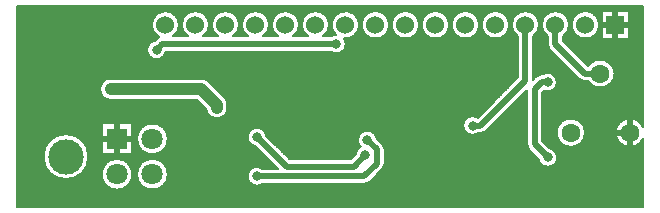
<source format=gbl>
G04 Layer_Physical_Order=2*
G04 Layer_Color=16711680*
%FSLAX24Y24*%
%MOIN*%
G70*
G01*
G75*
%ADD10C,0.0079*%
%ADD23C,0.0197*%
%ADD24C,0.0394*%
%ADD27C,0.0709*%
%ADD28C,0.1181*%
%ADD29R,0.0709X0.0709*%
%ADD30C,0.0630*%
%ADD31C,0.0600*%
%ADD32R,0.0600X0.0600*%
%ADD33C,0.0315*%
%ADD34C,0.0394*%
D10*
X39872Y29774D02*
G03*
X39872Y29774I-512J0D01*
G01*
X38407Y30364D02*
G03*
X38407Y30364I-748J0D01*
G01*
D02*
G03*
X38407Y30364I-748J0D01*
G01*
X41053Y29774D02*
G03*
X41053Y29774I-512J0D01*
G01*
X44209Y29961D02*
G03*
X44209Y29449I-184J-256D01*
G01*
X41053Y30955D02*
G03*
X41053Y30955I-512J0D01*
G01*
X44336Y31065D02*
G03*
X43974Y30703I-311J-51D01*
G01*
X39144Y32963D02*
G03*
X39144Y32254I0J-354D01*
G01*
X39145Y32963D02*
G03*
X39145Y32254I-1J-354D01*
G01*
X42426Y32859D02*
G03*
X42175Y32963I-251J-250D01*
G01*
X42426Y32859D02*
G03*
X42175Y32963I-251J-251D01*
G01*
X40628Y34228D02*
G03*
X40989Y33858I51J-311D01*
G01*
X40767Y34346D02*
G03*
X40695Y34295I109J-232D01*
G01*
X40767Y34346D02*
G03*
X40695Y34295I109J-232D01*
G01*
X41432Y34754D02*
G03*
X40767Y34346I-457J0D01*
G01*
X41223Y34370D02*
G03*
X41432Y34754I-249J384D01*
G01*
X42223Y34370D02*
G03*
X42432Y34754I-249J384D01*
G01*
D02*
G03*
X41726Y34370I-457J0D01*
G01*
X42335Y31947D02*
G03*
X43041Y31988I352J41D01*
G01*
X43041Y32096D02*
G03*
X42937Y32347I-354J0D01*
G01*
X42335Y31947D02*
G03*
X43041Y31988I352J41D01*
G01*
Y32096D02*
G03*
X42938Y32347I-354J0D01*
G01*
X43223Y34370D02*
G03*
X43432Y34754I-249J384D01*
G01*
X44223Y34370D02*
G03*
X44432Y34754I-249J384D01*
G01*
X43432D02*
G03*
X42726Y34370I-457J0D01*
G01*
X44432Y34754D02*
G03*
X43726Y34370I-457J0D01*
G01*
X45223D02*
G03*
X45432Y34754I-249J384D01*
G01*
X46223Y34370D02*
G03*
X46432Y34754I-249J384D01*
G01*
X45432D02*
G03*
X44726Y34370I-457J0D01*
G01*
X46432Y34754D02*
G03*
X45726Y34370I-457J0D01*
G01*
X47598Y29449D02*
G03*
X47779Y29524I0J256D01*
G01*
X47598Y29449D02*
G03*
X47780Y29524I0J256D01*
G01*
X47490Y30687D02*
G03*
X47317Y30455I138J-283D01*
G01*
X48017Y30966D02*
G03*
X47490Y30687I-311J-51D01*
G01*
X48202Y29947D02*
G03*
X48278Y30128I-181J181D01*
G01*
Y30600D02*
G03*
X48202Y30782I-256J0D01*
G01*
X48203Y29947D02*
G03*
X48278Y30128I-181J181D01*
G01*
Y30600D02*
G03*
X48203Y30781I-256J0D01*
G01*
X51380Y31663D02*
G03*
X51394Y31142I-169J-266D01*
G01*
X51476D02*
G03*
X51657Y31217I0J256D01*
G01*
X51476Y31142D02*
G03*
X51658Y31217I0J256D01*
G01*
X53410Y30284D02*
G03*
X54035Y30335I311J51D01*
G01*
X53032Y30768D02*
G03*
X53107Y30587I256J0D01*
G01*
X53032Y30768D02*
G03*
X53106Y30587I256J0D01*
G01*
X54035Y30335D02*
G03*
X53772Y30645I-315J0D01*
G01*
X54961Y31161D02*
G03*
X54961Y31161I-472J0D01*
G01*
X53586Y32555D02*
G03*
X54026Y32844I124J289D01*
G01*
D02*
G03*
X53542Y33110I-315J0D01*
G01*
X56890Y31350D02*
G03*
X56890Y30973I-433J-189D01*
G01*
X54770Y32949D02*
G03*
X54951Y32874I181J181D01*
G01*
X54770Y32949D02*
G03*
X54951Y32874I181J181D01*
G01*
X55075D02*
G03*
X55945Y33130I397J256D01*
G01*
X46490Y33858D02*
G03*
X46988Y34114I184J256D01*
G01*
X46653Y34428D02*
G03*
X46490Y34370I20J-314D01*
G01*
X46988Y34114D02*
G03*
X46928Y34299I-315J0D01*
G01*
D02*
G03*
X47432Y34754I46J455D01*
G01*
D02*
G03*
X46653Y34428I-457J0D01*
G01*
X48432Y34754D02*
G03*
X48432Y34754I-457J0D01*
G01*
X49432D02*
G03*
X49432Y34754I-457J0D01*
G01*
X50432D02*
G03*
X50432Y34754I-457J0D01*
G01*
X51432D02*
G03*
X51432Y34754I-457J0D01*
G01*
X52432D02*
G03*
X52432Y34754I-457J0D01*
G01*
X53524Y33110D02*
G03*
X53343Y33035I0J-256D01*
G01*
X53524Y33110D02*
G03*
X53342Y33035I0J-256D01*
G01*
X53719Y34106D02*
G03*
X53793Y33925I256J0D01*
G01*
X53719Y34106D02*
G03*
X53794Y33925I256J0D01*
G01*
X55945Y33130D02*
G03*
X55075Y33386I-472J0D01*
G01*
X53230Y34375D02*
G03*
X53432Y34754I-256J379D01*
G01*
D02*
G03*
X52719Y34375I-457J0D01*
G01*
X54230D02*
G03*
X54432Y34754I-256J379D01*
G01*
D02*
G03*
X53719Y34375I-457J0D01*
G01*
X55432Y34754D02*
G03*
X55432Y34754I-457J0D01*
G01*
X37500Y28691D02*
Y29633D01*
X37382Y28691D02*
Y29670D01*
X37441Y28691D02*
Y29649D01*
X37677Y28691D02*
Y29616D01*
X37736Y28691D02*
Y29620D01*
X37559Y28691D02*
Y29623D01*
X37618Y28691D02*
Y29617D01*
X37087Y28691D02*
Y29883D01*
X36968Y28691D02*
Y30078D01*
X37027Y28691D02*
Y29964D01*
X37264Y28691D02*
Y29729D01*
X37323Y28691D02*
Y29696D01*
X37146Y28691D02*
Y29821D01*
X37205Y28691D02*
Y29770D01*
X37795Y28691D02*
Y29629D01*
X36024Y29350D02*
X39073D01*
X36024Y29291D02*
X39189D01*
X37972Y28691D02*
Y29685D01*
X38031Y28691D02*
Y29715D01*
X37854Y28691D02*
Y29642D01*
X37913Y28691D02*
Y29661D01*
X38209Y28691D02*
Y29856D01*
X38090Y28691D02*
Y29753D01*
X38150Y28691D02*
Y29799D01*
X38268Y28691D02*
Y29929D01*
X38327Y28691D02*
Y30026D01*
X38386Y28691D02*
Y30185D01*
X36024Y29882D02*
X37088D01*
X36024Y30000D02*
X37006D01*
X36024Y29941D02*
X37043D01*
X36024Y29705D02*
X37306D01*
X36024Y29646D02*
X37452D01*
X36024Y29823D02*
X37143D01*
X36024Y29764D02*
X37213D01*
X36024Y30295D02*
X36915D01*
X36024Y30354D02*
X36911D01*
X36024Y30413D02*
X36913D01*
X36024Y30118D02*
X36953D01*
X36024Y30059D02*
X36976D01*
X36024Y30236D02*
X36922D01*
X36024Y30177D02*
X36935D01*
X36024Y29409D02*
X39001D01*
X36024Y29527D02*
X38911D01*
X36024Y29468D02*
X38949D01*
X37867Y29646D02*
X38865D01*
X36024Y29587D02*
X38884D01*
X38106Y29764D02*
X38849D01*
X38012Y29705D02*
X38853D01*
X38176Y29823D02*
X38851D01*
X38231Y29882D02*
X38860D01*
X38276Y29941D02*
X38877D01*
X38313Y30000D02*
X38901D01*
X38342Y30059D02*
X38935D01*
X38366Y30118D02*
X38982D01*
X38384Y30177D02*
X39045D01*
X38396Y30236D02*
X39141D01*
X39331Y28691D02*
Y29263D01*
X39213Y28691D02*
Y29284D01*
X39272Y28691D02*
Y29270D01*
X39508Y28691D02*
Y29284D01*
X39567Y28691D02*
Y29305D01*
X39390Y28691D02*
Y29263D01*
X39449Y28691D02*
Y29270D01*
X38976Y28691D02*
Y29435D01*
X38858Y28691D02*
Y29674D01*
X38917Y28691D02*
Y29517D01*
X39153Y28691D02*
Y29305D01*
X39626Y28691D02*
Y29336D01*
X39035Y28691D02*
Y29378D01*
X39094Y28691D02*
Y29336D01*
X40335Y28691D02*
Y29305D01*
X40276Y28691D02*
Y29336D01*
X39531Y29291D02*
X40370D01*
X40512Y28691D02*
Y29263D01*
X40571Y28691D02*
Y29263D01*
X40394Y28691D02*
Y29284D01*
X40453Y28691D02*
Y29270D01*
X39803Y28691D02*
Y29517D01*
X39862Y28691D02*
Y29673D01*
X39685Y28691D02*
Y29378D01*
X39744Y28691D02*
Y29435D01*
X40157Y28691D02*
Y29435D01*
X40216Y28691D02*
Y29378D01*
X40039Y28691D02*
Y29674D01*
X40098Y28691D02*
Y29517D01*
X39626Y30211D02*
Y30443D01*
X39567Y30242D02*
Y30443D01*
X38848D02*
X39872D01*
X39862Y29874D02*
Y30443D01*
X39872Y29764D02*
X40030D01*
X39685Y30169D02*
Y30443D01*
X39744Y30112D02*
Y30443D01*
X38858Y29873D02*
Y30443D01*
X38917Y30030D02*
Y30443D01*
X39094Y30211D02*
Y30443D01*
X39449Y30278D02*
Y30443D01*
X39508Y30264D02*
Y30443D01*
X39331Y30285D02*
Y30443D01*
X39390Y30285D02*
Y30443D01*
X39648Y29350D02*
X40254D01*
X39771Y29468D02*
X40130D01*
X39720Y29409D02*
X40182D01*
X39837Y29587D02*
X40065D01*
X39809Y29527D02*
X40093D01*
X39867Y29705D02*
X40034D01*
X39856Y29646D02*
X40046D01*
X39785Y30059D02*
X40116D01*
X39739Y30118D02*
X40163D01*
X39675Y30177D02*
X40226D01*
X39579Y30236D02*
X40322D01*
X39870Y29823D02*
X40032D01*
X39860Y29882D02*
X40041D01*
X39844Y29941D02*
X40058D01*
X39819Y30000D02*
X40082D01*
X36555Y28691D02*
Y35384D01*
X36437Y28691D02*
Y35384D01*
X36496Y28691D02*
Y35384D01*
X36732Y28691D02*
Y35384D01*
X36791Y28691D02*
Y35384D01*
X36614Y28691D02*
Y35384D01*
X36673Y28691D02*
Y35384D01*
X36142Y28691D02*
Y35384D01*
X36024Y28691D02*
Y35384D01*
X36083Y28691D02*
Y35384D01*
X36319Y28691D02*
Y35384D01*
X36378Y28691D02*
Y35384D01*
X36201Y28691D02*
Y35384D01*
X36260Y28691D02*
Y35384D01*
X36024Y30709D02*
X36995D01*
X36024Y30768D02*
X37030D01*
X36024Y30827D02*
X37072D01*
X36024Y30472D02*
X36919D01*
X36024Y30531D02*
X36930D01*
X36024Y30590D02*
X36946D01*
X36024Y30650D02*
X36968D01*
X36850Y28691D02*
Y35384D01*
X36909Y28691D02*
Y35384D01*
X36968Y30651D02*
Y35384D01*
X37027Y30764D02*
Y35384D01*
X37087Y30845D02*
Y35384D01*
X38209Y30872D02*
Y35384D01*
X36024Y30886D02*
X37123D01*
X36024Y30945D02*
X37188D01*
X36024Y31004D02*
X37272D01*
X37146Y30908D02*
Y35384D01*
X37205Y30958D02*
Y35384D01*
X37264Y30999D02*
Y35384D01*
X36024Y31063D02*
X37392D01*
X37323Y31032D02*
Y35384D01*
X37382Y31059D02*
Y35384D01*
X37441Y31080D02*
Y35384D01*
X37500Y31095D02*
Y35384D01*
X37559Y31105D02*
Y35384D01*
X37618Y31111D02*
Y35384D01*
X37677Y31112D02*
Y35384D01*
X36024Y31122D02*
X38848D01*
X36024Y31240D02*
X38848D01*
X36024Y31181D02*
X38848D01*
X38131Y30945D02*
X38848D01*
X38196Y30886D02*
X38848D01*
X37926Y31063D02*
X38848D01*
X38047Y31004D02*
X38848D01*
X37854Y31086D02*
Y35384D01*
X37913Y31068D02*
Y35384D01*
X37736Y31108D02*
Y35384D01*
X37795Y31100D02*
Y35384D01*
X38090Y30976D02*
Y35384D01*
X38150Y30929D02*
Y35384D01*
X37972Y31044D02*
Y35384D01*
X38031Y31013D02*
Y35384D01*
X38976Y30112D02*
Y30443D01*
X38848D02*
Y31467D01*
X39035Y30169D02*
Y30443D01*
X39153Y30242D02*
Y30443D01*
X39213Y30264D02*
Y30443D01*
X39272Y30278D02*
Y30443D01*
X38563Y28691D02*
Y35384D01*
X38445Y28691D02*
Y35384D01*
X38504Y28691D02*
Y35384D01*
X38740Y28691D02*
Y35384D01*
X38799Y28691D02*
Y32526D01*
X38622Y28691D02*
Y35384D01*
X38681Y28691D02*
Y35384D01*
X39803Y30030D02*
Y30443D01*
X40335Y30242D02*
Y30487D01*
X40394Y30264D02*
Y30465D01*
X40453Y30278D02*
Y30451D01*
X40630Y30278D02*
Y30451D01*
X40512Y30285D02*
Y30444D01*
X40571Y30285D02*
Y30444D01*
X39921Y28691D02*
Y32254D01*
X39980Y28691D02*
Y32254D01*
X39872Y30443D02*
Y31467D01*
X40039Y29873D02*
Y30855D01*
X40098Y30030D02*
Y30698D01*
X40157Y30112D02*
Y30616D01*
X40216Y30169D02*
Y30559D01*
X40276Y30211D02*
Y30517D01*
X38323Y30709D02*
X38848D01*
X38247Y30827D02*
X38848D01*
X38289Y30768D02*
X38848D01*
X38389Y30531D02*
X38848D01*
X38400Y30472D02*
X38848D01*
X38351Y30650D02*
X38848D01*
X38372Y30590D02*
X38848D01*
X38386Y30543D02*
Y35384D01*
X38268Y30800D02*
Y35384D01*
X38327Y30702D02*
Y35384D01*
X39872Y30945D02*
X40030D01*
X39872Y30709D02*
X40093D01*
X39872Y30827D02*
X40046D01*
X39872Y30768D02*
X40065D01*
X39872Y30531D02*
X40254D01*
X39872Y30472D02*
X40370D01*
X39872Y30650D02*
X40130D01*
X39872Y30590D02*
X40182D01*
X39872Y31004D02*
X40032D01*
X39872Y30886D02*
X40034D01*
X39872Y31063D02*
X40041D01*
X39872Y31122D02*
X40058D01*
X40039Y31054D02*
Y32254D01*
X39872Y31181D02*
X40082D01*
X40098Y31211D02*
Y32254D01*
X39872Y31240D02*
X40116D01*
X40748Y28691D02*
Y29305D01*
X40630Y28691D02*
Y29270D01*
X40689Y28691D02*
Y29284D01*
X43937Y28691D02*
Y29402D01*
X43996Y28691D02*
Y29391D01*
X40807Y28691D02*
Y29336D01*
X40866Y28691D02*
Y29378D01*
X40984Y28691D02*
Y29517D01*
X40925Y28691D02*
Y29435D01*
X43819Y28691D02*
Y29467D01*
X43878Y28691D02*
Y29427D01*
X41043Y28691D02*
Y29673D01*
X43760Y28691D02*
Y29536D01*
X36024Y28878D02*
X56890D01*
X36024Y28996D02*
X56890D01*
X36024Y28937D02*
X56890D01*
X36024Y28701D02*
X56890D01*
X36024Y28691D02*
X56890D01*
X36024Y28819D02*
X56890D01*
X36024Y28760D02*
X56890D01*
X36024Y29114D02*
X56890D01*
X36024Y29055D02*
X56890D01*
X36024Y29232D02*
X56890D01*
X36024Y29173D02*
X56890D01*
X44055Y28691D02*
Y29391D01*
X44114Y28691D02*
Y29402D01*
X40829Y29350D02*
X56890D01*
X40712Y29291D02*
X56890D01*
X40952Y29468D02*
X43817D01*
X41018Y29587D02*
X43734D01*
X40990Y29527D02*
X43765D01*
X41048Y29705D02*
X43711D01*
X41037Y29646D02*
X43716D01*
X41053Y29764D02*
X43716D01*
X41051Y29823D02*
X43734D01*
X40807Y30211D02*
Y30517D01*
X40689Y30264D02*
Y30465D01*
X40748Y30242D02*
Y30486D01*
X41042Y29882D02*
X43765D01*
X41025Y29941D02*
X43817D01*
X40866Y30169D02*
Y30559D01*
X40925Y30112D02*
Y30616D01*
X40901Y29409D02*
X43916D01*
X40760Y30236D02*
X44441D01*
X40856Y30177D02*
X44500D01*
X41000Y30000D02*
X43916D01*
X40920Y30118D02*
X44559D01*
X40966Y30059D02*
X44618D01*
X38407Y30354D02*
X44323D01*
X38404Y30295D02*
X44382D01*
X40712Y30472D02*
X44205D01*
X38406Y30413D02*
X44264D01*
X44055Y30018D02*
Y30622D01*
X44114Y30007D02*
Y30563D01*
X40901Y30590D02*
X44087D01*
X40829Y30531D02*
X44146D01*
X44291Y28691D02*
Y29449D01*
X44173Y28691D02*
Y29426D01*
X44232Y28691D02*
Y29449D01*
X44468Y28691D02*
Y29449D01*
X44527Y28691D02*
Y29449D01*
X44350Y28691D02*
Y29449D01*
X44409Y28691D02*
Y29449D01*
X44705Y28691D02*
Y29449D01*
X44587Y28691D02*
Y29449D01*
X44646Y28691D02*
Y29449D01*
X44882Y28691D02*
Y29449D01*
X44941Y28691D02*
Y29449D01*
X44764Y28691D02*
Y29449D01*
X44823Y28691D02*
Y29449D01*
X46004Y28691D02*
Y29449D01*
X45886Y28691D02*
Y29449D01*
X45945Y28691D02*
Y29449D01*
X46181Y28691D02*
Y29449D01*
X46240Y28691D02*
Y29449D01*
X46063Y28691D02*
Y29449D01*
X46122Y28691D02*
Y29449D01*
X45118Y28691D02*
Y29449D01*
X45177Y28691D02*
Y29449D01*
X45000Y28691D02*
Y29449D01*
X45059Y28691D02*
Y29449D01*
X45768Y28691D02*
Y29449D01*
X45827Y28691D02*
Y29449D01*
X45236Y28691D02*
Y29449D01*
X45709Y28691D02*
Y29449D01*
X44587Y29961D02*
Y30091D01*
X44135Y30000D02*
X44678D01*
X44209Y29961D02*
X44717D01*
X45354Y28691D02*
Y29449D01*
X45413Y28691D02*
Y29449D01*
X44646Y29961D02*
Y30032D01*
X45295Y28691D02*
Y29449D01*
X44291Y29961D02*
Y30386D01*
X44173Y29983D02*
Y30504D01*
X44232Y29961D02*
Y30445D01*
X44468Y29961D02*
Y30209D01*
X44527Y29961D02*
Y30150D01*
X44350Y29961D02*
Y30327D01*
X44409Y29961D02*
Y30268D01*
X45472Y28691D02*
Y29449D01*
X44209D02*
X47598D01*
X44135Y29409D02*
X56890D01*
X45650Y28691D02*
Y29449D01*
X46299Y28691D02*
Y29449D01*
X45531Y28691D02*
Y29449D01*
X45590Y28691D02*
Y29449D01*
X44929Y30472D02*
X47321D01*
X44870Y30531D02*
X47340D01*
X44811Y30590D02*
X47374D01*
X44752Y30650D02*
X47431D01*
X45126Y30276D02*
X47138D01*
X45106Y30295D02*
X47158D01*
X45047Y30354D02*
X47217D01*
X44988Y30413D02*
X47276D01*
X41634Y28691D02*
Y32254D01*
X41516Y28691D02*
Y32254D01*
X41575Y28691D02*
Y32254D01*
X41811Y28691D02*
Y32254D01*
X41870Y28691D02*
Y32254D01*
X41693Y28691D02*
Y32254D01*
X41752Y28691D02*
Y32254D01*
X41220Y28691D02*
Y32254D01*
X41102Y28691D02*
Y32254D01*
X41161Y28691D02*
Y32254D01*
X41398Y28691D02*
Y32254D01*
X41457Y28691D02*
Y32254D01*
X41279Y28691D02*
Y32254D01*
X41339Y28691D02*
Y32254D01*
X42106Y28691D02*
Y32176D01*
X41929Y28691D02*
Y32254D01*
X42047Y28691D02*
Y32235D01*
X42283Y28691D02*
Y31999D01*
X42992Y28691D02*
Y31808D01*
X42165Y28691D02*
Y32117D01*
X42224Y28691D02*
Y32058D01*
X43110Y28691D02*
Y33858D01*
X43169Y28691D02*
Y33858D01*
X41988Y28691D02*
Y32254D01*
X43051Y28691D02*
Y33858D01*
X43464Y28691D02*
Y33858D01*
X43524Y28691D02*
Y33858D01*
X43228Y28691D02*
Y33858D01*
X43405Y28691D02*
Y33858D01*
X41043Y29874D02*
Y30854D01*
X40984Y30030D02*
Y30698D01*
X42697Y28691D02*
Y31634D01*
X42756Y28691D02*
Y31641D01*
X42579Y28691D02*
Y31651D01*
X42638Y28691D02*
Y31637D01*
X42342Y28691D02*
Y31906D01*
X40984Y31211D02*
Y32254D01*
X41043Y31055D02*
Y32254D01*
X42520Y28691D02*
Y31676D01*
X42815Y28691D02*
Y31658D01*
X42401Y28691D02*
Y31778D01*
X42461Y28691D02*
Y31716D01*
X40952Y30650D02*
X44028D01*
X41018Y30768D02*
X43829D01*
X40990Y30709D02*
X43948D01*
X41048Y30886D02*
X43738D01*
X41037Y30827D02*
X43772D01*
X41051Y31004D02*
X43711D01*
X41053Y30945D02*
X43718D01*
X41042Y31063D02*
X43714D01*
X41025Y31122D02*
X43730D01*
X41000Y31181D02*
X43759D01*
X40966Y31240D02*
X43807D01*
X43287Y28691D02*
Y33858D01*
X43346Y28691D02*
Y33858D01*
X42874Y28691D02*
Y31687D01*
X42933Y28691D02*
Y31733D01*
X43760Y29874D02*
Y30845D01*
X43819Y29942D02*
Y30776D01*
X43878Y29983D02*
Y30736D01*
X43937Y30007D02*
Y30712D01*
X43974Y30703D02*
X44717Y29961D01*
X43996Y30018D02*
Y30681D01*
X44336Y31065D02*
X45126Y30276D01*
X43701Y28691D02*
Y33858D01*
X43583Y28691D02*
Y33858D01*
X43642Y28691D02*
Y33858D01*
X45295Y30276D02*
Y33858D01*
X45354Y30276D02*
Y33858D01*
X45177Y30276D02*
Y33858D01*
X45236Y30276D02*
Y33858D01*
X46063Y30276D02*
Y33858D01*
X45945Y30276D02*
Y33858D01*
X46004Y30276D02*
Y33858D01*
X46240Y30276D02*
Y33858D01*
X46299Y30276D02*
Y33858D01*
X46122Y30276D02*
Y33858D01*
X46181Y30276D02*
Y33858D01*
X45531Y30276D02*
Y33858D01*
X45590Y30276D02*
Y33858D01*
X45413Y30276D02*
Y33858D01*
X45472Y30276D02*
Y33858D01*
X45827Y30276D02*
Y33858D01*
X45886Y30276D02*
Y33858D01*
X45650Y30276D02*
Y33858D01*
X45768Y30276D02*
Y33858D01*
X43760Y31183D02*
Y33858D01*
X43819Y31251D02*
Y33858D01*
X44409Y30992D02*
Y33858D01*
X44468Y30933D02*
Y33858D01*
X44291Y31183D02*
Y33858D01*
X44350Y31051D02*
Y33858D01*
X44646Y30756D02*
Y33858D01*
X44527Y30874D02*
Y33858D01*
X44587Y30815D02*
Y33858D01*
X44823Y30579D02*
Y33858D01*
X44882Y30519D02*
Y33858D01*
X44705Y30697D02*
Y33858D01*
X44764Y30638D02*
Y33858D01*
X44456Y30945D02*
X47393D01*
X44397Y31004D02*
X47404D01*
X44338Y31063D02*
X47428D01*
X44634Y30768D02*
X47429D01*
X44693Y30709D02*
X47469D01*
X44516Y30886D02*
X47393D01*
X44575Y30827D02*
X47404D01*
X44941Y30460D02*
Y33858D01*
X44321Y31122D02*
X47469D01*
X44292Y31181D02*
X47538D01*
X44245Y31240D02*
X50938D01*
X45118Y30283D02*
Y33858D01*
X45709Y30276D02*
Y33858D01*
X45000Y30401D02*
Y33858D01*
X45059Y30342D02*
Y33858D01*
X36024Y31299D02*
X38848D01*
X36024Y31417D02*
X38848D01*
X36024Y31358D02*
X38848D01*
X39390Y31467D02*
Y32254D01*
X39449Y31467D02*
Y32254D01*
X39153Y31467D02*
Y32254D01*
X39213Y31467D02*
Y32254D01*
X38976Y31467D02*
Y32296D01*
X38858Y31467D02*
Y32398D01*
X38917Y31467D02*
Y32336D01*
X39272Y31467D02*
Y32254D01*
X39331Y31467D02*
Y32254D01*
X39035Y31467D02*
Y32271D01*
X39094Y31467D02*
Y32257D01*
X36024Y31890D02*
X42347D01*
X36024Y32008D02*
X42275D01*
X36024Y31949D02*
X42334D01*
X38848Y31467D02*
X39872D01*
X36024Y31713D02*
X42464D01*
X36024Y31831D02*
X42370D01*
X36024Y31772D02*
X42407D01*
X39567Y31467D02*
Y32254D01*
X39508Y31467D02*
Y32254D01*
X36024Y32067D02*
X42215D01*
X39744Y31467D02*
Y32254D01*
X39803Y31467D02*
Y32254D01*
X39626Y31467D02*
Y32254D01*
X39685Y31467D02*
Y32254D01*
X36024Y32539D02*
X38796D01*
X36024Y32598D02*
X38790D01*
X36024Y32657D02*
X38793D01*
X36024Y32362D02*
X38889D01*
X36024Y32303D02*
X38964D01*
X36024Y32480D02*
X38813D01*
X36024Y32421D02*
X38843D01*
X36024Y32716D02*
X38806D01*
X36024Y32776D02*
X38831D01*
X36024Y32835D02*
X38871D01*
X36024Y32894D02*
X38934D01*
X36024Y32953D02*
X39060D01*
X36024Y32126D02*
X42156D01*
X36024Y32244D02*
X42038D01*
X36024Y32185D02*
X42097D01*
X39145Y32254D02*
X42028D01*
X39145Y32963D02*
X42175D01*
X36024Y33720D02*
X40433D01*
X36024Y33661D02*
X40496D01*
X36024Y34016D02*
X40380D01*
X36024Y34075D02*
X40406D01*
X36024Y34134D02*
X40450D01*
X36024Y34193D02*
X40527D01*
X36024Y33839D02*
X40374D01*
X36024Y33779D02*
X40396D01*
X36024Y33898D02*
X40365D01*
X36024Y33957D02*
X40367D01*
X39872Y31358D02*
X40226D01*
X39862Y31467D02*
Y32254D01*
X39872Y31417D02*
X40322D01*
X40157Y31293D02*
Y32254D01*
X39872Y31299D02*
X40163D01*
X40216Y31350D02*
Y32254D01*
X40276Y31392D02*
Y32254D01*
X40335Y31423D02*
Y32254D01*
X40394Y31445D02*
Y32254D01*
X40453Y31459D02*
Y32254D01*
X40512Y31466D02*
Y32254D01*
X40630Y31459D02*
Y32254D01*
X40512Y32963D02*
Y33651D01*
X40571Y31466D02*
Y32254D01*
X40807Y31392D02*
Y32254D01*
X40689Y31445D02*
Y32254D01*
X40748Y31423D02*
Y32254D01*
X40866Y31350D02*
Y32254D01*
X40925Y31293D02*
Y32254D01*
X42028D02*
X42335Y31947D01*
X42224Y32959D02*
Y33858D01*
X40689Y32963D02*
Y33603D01*
X40748Y32963D02*
Y33610D01*
X42401Y32881D02*
Y33858D01*
X42461Y32824D02*
Y33858D01*
X42283Y32946D02*
Y33858D01*
X42342Y32921D02*
Y33858D01*
X40571Y32963D02*
Y33622D01*
X40394Y32963D02*
Y33784D01*
X40453Y32963D02*
Y33698D01*
X40866Y32963D02*
Y33664D01*
X40925Y32963D02*
Y33721D01*
X40630Y32963D02*
Y33606D01*
X40807Y32963D02*
Y33629D01*
X41043Y32963D02*
Y33858D01*
X40984Y32963D02*
Y33839D01*
X41220Y32963D02*
Y33858D01*
X41279Y32963D02*
Y33858D01*
X41102Y32963D02*
Y33858D01*
X41161Y32963D02*
Y33858D01*
X41929Y32963D02*
Y33858D01*
X41811Y32963D02*
Y33858D01*
X41870Y32963D02*
Y33858D01*
X42106Y32963D02*
Y33858D01*
X42165Y32963D02*
Y33858D01*
X41988Y32963D02*
Y33858D01*
X42047Y32963D02*
Y33858D01*
X41457Y32963D02*
Y33858D01*
X41516Y32963D02*
Y33858D01*
X41339Y32963D02*
Y33858D01*
X41398Y32963D02*
Y33858D01*
X41693Y32963D02*
Y33858D01*
X41752Y32963D02*
Y33858D01*
X41575Y32963D02*
Y33858D01*
X41634Y32963D02*
Y33858D01*
X39331Y32963D02*
Y35384D01*
X39213Y32963D02*
Y35384D01*
X39272Y32963D02*
Y35384D01*
X39508Y32963D02*
Y35384D01*
X39567Y32963D02*
Y35384D01*
X39390Y32963D02*
Y35384D01*
X39449Y32963D02*
Y35384D01*
X38799Y32691D02*
Y35384D01*
X38858Y32818D02*
Y35384D01*
X38917Y32881D02*
Y35384D01*
X38976Y32921D02*
Y35384D01*
X39035Y32946D02*
Y35384D01*
X39094Y32959D02*
Y35384D01*
X39153Y32963D02*
Y35384D01*
X40216Y32963D02*
Y35384D01*
X40098Y32963D02*
Y35384D01*
X40157Y32963D02*
Y35384D01*
X40276Y32963D02*
Y35384D01*
X40335Y32963D02*
Y35384D01*
X40394Y34050D02*
Y35384D01*
X40453Y34136D02*
Y35384D01*
X39744Y32963D02*
Y35384D01*
X39803Y32963D02*
Y35384D01*
X39626Y32963D02*
Y35384D01*
X39685Y32963D02*
Y35384D01*
X39980Y32963D02*
Y35384D01*
X40039Y32963D02*
Y35384D01*
X39862Y32963D02*
Y35384D01*
X39921Y32963D02*
Y35384D01*
X36024Y34488D02*
X40602D01*
X36024Y34606D02*
X40541D01*
X36024Y34547D02*
X40566D01*
X36024Y34665D02*
X40526D01*
X40571Y34213D02*
Y34539D01*
X36024Y34783D02*
X40518D01*
X36024Y34724D02*
X40518D01*
X36024Y34842D02*
X40526D01*
X36024Y34902D02*
X40541D01*
X36024Y34961D02*
X40566D01*
X40512Y34184D02*
Y35384D01*
X40571Y34969D02*
Y35384D01*
X36024D02*
X39911D01*
X36024Y35020D02*
X40602D01*
X36024Y34252D02*
X40652D01*
X36024Y34311D02*
X40712D01*
X36024Y34370D02*
X40726D01*
X40689Y34289D02*
Y34396D01*
X40628Y34228D02*
X40695Y34295D01*
X36024Y35079D02*
X40652D01*
X36024Y34429D02*
X40652D01*
X36024Y35138D02*
X40725D01*
X36024Y35197D02*
X40860D01*
X40630Y34230D02*
Y34453D01*
Y35055D02*
Y35384D01*
X40689Y35111D02*
Y35384D01*
X41339Y34370D02*
Y34477D01*
X41279Y34370D02*
Y34413D01*
X41398Y34370D02*
Y34580D01*
X41407Y34606D02*
X41541D01*
X41431Y34724D02*
X41518D01*
X41423Y34665D02*
X41526D01*
X41407Y34902D02*
X41541D01*
X41398Y34928D02*
Y35384D01*
X41383Y34961D02*
X41566D01*
X41457Y34370D02*
Y35384D01*
X41516Y34370D02*
Y35384D01*
X41431Y34783D02*
X41518D01*
X41423Y34842D02*
X41526D01*
X41223Y34370D02*
X41726D01*
X41347Y34488D02*
X41602D01*
X41297Y34429D02*
X41652D01*
X42283Y34370D02*
Y34417D01*
X42342Y34370D02*
Y34482D01*
X41575Y34370D02*
Y34531D01*
X41634Y34370D02*
Y34449D01*
X42401Y34370D02*
Y34590D01*
X41382Y34547D02*
X41566D01*
X42461Y34370D02*
Y35384D01*
X42431Y34724D02*
X42518D01*
X42401Y34918D02*
Y35384D01*
X42431Y34783D02*
X42518D01*
X40748Y35151D02*
Y35384D01*
X40807Y35180D02*
Y35384D01*
X40866Y35198D02*
Y35384D01*
X41043Y35206D02*
Y35384D01*
X41347Y35020D02*
X41602D01*
X40925Y35209D02*
Y35384D01*
X40984Y35211D02*
Y35384D01*
X41220Y35140D02*
Y35384D01*
X41102Y35193D02*
Y35384D01*
X41161Y35171D02*
Y35384D01*
X41339Y35031D02*
Y35384D01*
X41575Y34977D02*
Y35384D01*
X41279Y35095D02*
Y35384D01*
X41634Y35059D02*
Y35384D01*
X41297Y35079D02*
X41652D01*
X41223Y35138D02*
X41725D01*
X41089Y35197D02*
X41860D01*
X41693Y35114D02*
Y35384D01*
X41752Y35154D02*
Y35384D01*
X41811Y35181D02*
Y35384D01*
X41870Y35199D02*
Y35384D01*
X42047Y35206D02*
Y35384D01*
X42106Y35192D02*
Y35384D01*
X41929Y35209D02*
Y35384D01*
X41988Y35211D02*
Y35384D01*
X42283Y35091D02*
Y35384D01*
X42342Y35026D02*
Y35384D01*
X42165Y35170D02*
Y35384D01*
X42224Y35137D02*
Y35384D01*
X40920Y31299D02*
X43892D01*
X36024Y31653D02*
X42571D01*
X42426Y32859D02*
X42937Y32347D01*
X42697Y32588D02*
Y33858D01*
X42579Y32706D02*
Y33858D01*
X42638Y32647D02*
Y33858D01*
X42874Y32411D02*
Y33858D01*
X42933Y32352D02*
Y33858D01*
X42756Y32529D02*
Y33858D01*
X42815Y32470D02*
Y33858D01*
X36024Y31476D02*
X50906D01*
X36024Y31535D02*
X50927D01*
X36024Y31594D02*
X50965D01*
X40760Y31417D02*
X50896D01*
X40856Y31358D02*
X50898D01*
X42803Y31653D02*
X51027D01*
X42910Y31713D02*
X51204D01*
X42745Y32539D02*
X52256D01*
X42686Y32598D02*
X52315D01*
X42627Y32657D02*
X52374D01*
X42568Y32716D02*
X52433D01*
X42967Y31772D02*
X51488D01*
X42922Y32362D02*
X52079D01*
X42863Y32421D02*
X52138D01*
X42804Y32480D02*
X52197D01*
X40984Y33839D02*
X46521D01*
X42223Y34370D02*
X42726D01*
X40989Y33858D02*
X46490D01*
X42520Y32765D02*
Y33858D01*
X42509Y32776D02*
X52492D01*
X42450Y32835D02*
X52551D01*
X42385Y32894D02*
X52610D01*
X42297Y34429D02*
X42652D01*
X42382Y34547D02*
X42566D01*
X42347Y34488D02*
X42602D01*
X42579Y34370D02*
Y34524D01*
X42638Y34370D02*
Y34444D01*
X42423Y34665D02*
X42526D01*
X42407Y34606D02*
X42541D01*
X36024Y33189D02*
X52719D01*
X36024Y33307D02*
X52719D01*
X36024Y33248D02*
X52719D01*
X42258Y32953D02*
X52670D01*
X36024Y33012D02*
X52719D01*
X36024Y33130D02*
X52719D01*
X36024Y33071D02*
X52719D01*
X36024Y33425D02*
X52719D01*
X36024Y33366D02*
X52719D01*
X36024Y33543D02*
X52719D01*
X36024Y33484D02*
X52719D01*
X40863Y33661D02*
X52719D01*
X36024Y33602D02*
X52719D01*
X40962Y33779D02*
X52719D01*
X40925Y33720D02*
X52719D01*
X43878Y31292D02*
Y33858D01*
X42992Y32277D02*
Y33858D01*
X43041Y31989D02*
Y32096D01*
X43937Y31316D02*
Y33858D01*
X44173Y31292D02*
Y33858D01*
X43996Y31327D02*
Y33858D01*
X44114Y31316D02*
Y33858D01*
X43346Y34370D02*
Y34488D01*
X43287Y34370D02*
Y34420D01*
X43223Y34370D02*
X43726D01*
X43642D02*
Y34440D01*
X44055Y31327D02*
Y33858D01*
X43405Y34370D02*
Y34601D01*
X43583Y34370D02*
Y34518D01*
X43004Y31831D02*
X51547D01*
X43027Y31890D02*
X51607D01*
X43039Y31949D02*
X51666D01*
X44159Y31299D02*
X50911D01*
X43041Y32008D02*
X51725D01*
X43041Y32067D02*
X51784D01*
X43040Y32126D02*
X51843D01*
X43030Y32185D02*
X51902D01*
X43009Y32244D02*
X51961D01*
X44223Y34370D02*
X44726D01*
X42975Y32303D02*
X52020D01*
X44232Y31252D02*
Y33858D01*
X44291Y34370D02*
Y34424D01*
X45590Y34370D02*
Y34505D01*
X45650Y34370D02*
Y34432D01*
X43296Y34429D02*
X43652D01*
X43383Y34547D02*
X43566D01*
X43347Y34488D02*
X43602D01*
X44587Y34370D02*
Y34511D01*
X44646Y34370D02*
Y34436D01*
X44350Y34370D02*
Y34493D01*
X44347Y34488D02*
X44602D01*
X44383Y34547D02*
X44566D01*
X43423Y34665D02*
X43526D01*
X43407Y34606D02*
X43541D01*
X44409Y34370D02*
Y34612D01*
X44527Y34370D02*
Y34656D01*
X44423Y34665D02*
X44526D01*
X44407Y34606D02*
X44541D01*
X45295Y34370D02*
Y34428D01*
X44296Y34429D02*
X44652D01*
X45223Y34370D02*
X45726D01*
X46299D02*
Y34432D01*
X46223Y34370D02*
X46490D01*
X45297Y34429D02*
X45652D01*
X46297D02*
X46652D01*
X45354Y34370D02*
Y34499D01*
X45347Y34488D02*
X45602D01*
X45407Y34606D02*
X45541D01*
X45382Y34547D02*
X45566D01*
X45413Y34370D02*
Y34625D01*
X45531Y34370D02*
Y34640D01*
X45423Y34665D02*
X45526D01*
X46347Y34488D02*
X46602D01*
X42383Y34961D02*
X42566D01*
X42347Y35020D02*
X42602D01*
X42297Y35079D02*
X42652D01*
X42520Y34370D02*
Y34705D01*
X42423Y34842D02*
X42526D01*
X42407Y34902D02*
X42541D01*
X42520Y34803D02*
Y35384D01*
X42579Y34983D02*
Y35384D01*
X42638Y35064D02*
Y35384D01*
X43346Y35020D02*
Y35384D01*
X43405Y34907D02*
Y35384D01*
X42697Y35118D02*
Y35384D01*
X43287Y35088D02*
Y35384D01*
X43423Y34842D02*
X43526D01*
X43407Y34902D02*
X43541D01*
X43383Y34961D02*
X43566D01*
X43524Y34370D02*
Y34676D01*
X43431Y34783D02*
X43518D01*
X43431Y34724D02*
X43518D01*
X43464Y34370D02*
Y35384D01*
X43347Y35020D02*
X43602D01*
X43297Y35079D02*
X43652D01*
X43524Y34831D02*
Y35384D01*
X43583Y34990D02*
Y35384D01*
X43642Y35068D02*
Y35384D01*
X42223Y35138D02*
X42725D01*
X42756Y35156D02*
Y35384D01*
X42089Y35197D02*
X42860D01*
X42815Y35183D02*
Y35384D01*
X43223Y35138D02*
X43725D01*
X42874Y35200D02*
Y35384D01*
X42933Y35210D02*
Y35384D01*
X43110Y35191D02*
Y35384D01*
X42992Y35211D02*
Y35384D01*
X43051Y35205D02*
Y35384D01*
X43228Y35135D02*
Y35384D01*
X43701Y35120D02*
Y35384D01*
X43169Y35168D02*
Y35384D01*
X43760Y35158D02*
Y35384D01*
X36024Y35256D02*
X56890D01*
X36024Y35374D02*
X56890D01*
X36024Y35315D02*
X56890D01*
X43089Y35197D02*
X43860D01*
X44223Y35138D02*
X44725D01*
X43937Y35210D02*
Y35384D01*
X44089Y35197D02*
X44860D01*
X43819Y35184D02*
Y35384D01*
X43878Y35201D02*
Y35384D01*
X43996Y35211D02*
Y35384D01*
X39911D02*
X56890D01*
X44173Y35166D02*
Y35384D01*
X44232Y35132D02*
Y35384D01*
X44055Y35204D02*
Y35384D01*
X44114Y35190D02*
Y35384D01*
X44407Y34902D02*
X44541D01*
X44383Y34961D02*
X44566D01*
X44347Y35020D02*
X44602D01*
X44468Y34370D02*
Y35384D01*
X44431Y34724D02*
X44518D01*
X44431Y34783D02*
X44518D01*
X44423Y34842D02*
X44526D01*
X44527Y34852D02*
Y35384D01*
X44350Y35015D02*
Y35384D01*
X44409Y34896D02*
Y35384D01*
X44587Y34996D02*
Y35384D01*
X45413Y34883D02*
Y35384D01*
X44646Y35072D02*
Y35384D01*
X45354Y35009D02*
Y35384D01*
X45407Y34902D02*
X45541D01*
X45383Y34961D02*
X45566D01*
X45431Y34724D02*
X45518D01*
X45431Y34783D02*
X45518D01*
X45423Y34842D02*
X45526D01*
X45472Y34370D02*
Y35384D01*
X45347Y35020D02*
X45602D01*
X45531Y34868D02*
Y35384D01*
X45590Y35003D02*
Y35384D01*
X45650Y35076D02*
Y35384D01*
X46299Y35076D02*
Y35384D01*
X44297Y35079D02*
X44652D01*
X44291Y35084D02*
Y35384D01*
X44705Y35123D02*
Y35384D01*
X44764Y35160D02*
Y35384D01*
X45297Y35079D02*
X45652D01*
X44823Y35186D02*
Y35384D01*
X44882Y35202D02*
Y35384D01*
X45059Y35204D02*
Y35384D01*
X44941Y35210D02*
Y35384D01*
X45000Y35211D02*
Y35384D01*
X45236Y35129D02*
Y35384D01*
X45295Y35080D02*
Y35384D01*
X45118Y35188D02*
Y35384D01*
X45177Y35164D02*
Y35384D01*
X45223Y35138D02*
X45725D01*
X45827Y35187D02*
Y35384D01*
X45089Y35197D02*
X45860D01*
X46297Y35079D02*
X46652D01*
X46223Y35138D02*
X46725D01*
X45886Y35203D02*
Y35384D01*
X46089Y35197D02*
X46860D01*
X45709Y35126D02*
Y35384D01*
X45768Y35162D02*
Y35384D01*
X45945Y35210D02*
Y35384D01*
X46004Y35210D02*
Y35384D01*
X46181Y35162D02*
Y35384D01*
X46240Y35126D02*
Y35384D01*
X46063Y35203D02*
Y35384D01*
X46122Y35187D02*
Y35384D01*
X46890Y28691D02*
Y29449D01*
X46772Y28691D02*
Y29449D01*
X46831Y28691D02*
Y29449D01*
X47067Y28691D02*
Y29449D01*
X47126Y28691D02*
Y29449D01*
X46949Y28691D02*
Y29449D01*
X47008Y28691D02*
Y29449D01*
X46476Y28691D02*
Y29449D01*
X46358Y28691D02*
Y29449D01*
X46417Y28691D02*
Y29449D01*
X46653Y28691D02*
Y29449D01*
X46713Y28691D02*
Y29449D01*
X46535Y28691D02*
Y29449D01*
X46594Y28691D02*
Y29449D01*
X47303Y28691D02*
Y29449D01*
X47185Y28691D02*
Y29449D01*
X47244Y28691D02*
Y29449D01*
X47480Y28691D02*
Y29449D01*
X47539Y28691D02*
Y29449D01*
X47362Y28691D02*
Y29449D01*
X47421Y28691D02*
Y29449D01*
X47716Y28691D02*
Y29478D01*
X47598Y28691D02*
Y29449D01*
X47657Y28691D02*
Y29456D01*
X48012Y28691D02*
Y29756D01*
X48248Y28691D02*
Y30008D01*
X47776Y28691D02*
Y29520D01*
X47953Y28691D02*
Y29697D01*
X47835Y28691D02*
Y29579D01*
X48130Y28691D02*
Y29874D01*
X48189Y28691D02*
Y29933D01*
X47894Y28691D02*
Y29638D01*
X48071Y28691D02*
Y29815D01*
X47138Y30276D02*
X47317Y30455D01*
X47780Y29524D02*
X48202Y29947D01*
X48278Y30128D02*
Y30600D01*
X47421Y30641D02*
Y30782D01*
X48017Y30966D02*
X48202Y30782D01*
X48098Y30886D02*
X53032D01*
X48157Y30827D02*
X53032D01*
X48215Y30768D02*
X53032D01*
X47985Y31063D02*
X53032D01*
X48009Y31004D02*
X53032D01*
X47876Y31181D02*
X50982D01*
X47944Y31122D02*
X51058D01*
X50905Y28691D02*
Y31320D01*
X50964Y28691D02*
Y31201D01*
X48039Y30945D02*
X53032D01*
X51201Y28691D02*
Y31083D01*
X51083Y28691D02*
Y31110D01*
X51142Y28691D02*
Y31090D01*
X51378Y28691D02*
Y31131D01*
X51437Y28691D02*
Y31142D01*
X51260Y28691D02*
Y31087D01*
X51319Y28691D02*
Y31102D01*
X51555Y28691D02*
Y31154D01*
X51024Y28691D02*
Y31144D01*
X51496Y28691D02*
Y31142D01*
X51732Y28691D02*
Y31292D01*
X51791Y28691D02*
Y31351D01*
X51614Y28691D02*
Y31182D01*
X51673Y28691D02*
Y31232D01*
X51968Y28691D02*
Y31528D01*
X51850Y28691D02*
Y31410D01*
X51909Y28691D02*
Y31469D01*
X52146Y28691D02*
Y31705D01*
X52205Y28691D02*
Y31764D01*
X52027Y28691D02*
Y31587D01*
X52087Y28691D02*
Y31646D01*
X52441Y28691D02*
Y32000D01*
X52500Y28691D02*
Y32059D01*
X52264Y28691D02*
Y31823D01*
X52382Y28691D02*
Y31941D01*
X52677Y28691D02*
Y32236D01*
X52795Y28691D02*
Y32355D01*
X52559Y28691D02*
Y32118D01*
X52618Y28691D02*
Y32177D01*
X51363Y31122D02*
X53032D01*
X51394Y31142D02*
X51476D01*
X51613Y31181D02*
X53032D01*
X51799Y31358D02*
X53032D01*
X51740Y31299D02*
X53032D01*
X51858Y31417D02*
X53032D01*
X51217Y31713D02*
X51429D01*
X51917Y31476D02*
X53032D01*
X52736Y28691D02*
Y32295D01*
X52854Y28691D02*
Y32414D01*
X52323Y28691D02*
Y31882D01*
X51976Y31535D02*
X53032D01*
X51681Y31240D02*
X53032D01*
X52094Y31653D02*
X53032D01*
X52035Y31594D02*
X53032D01*
X52212Y31772D02*
X53032D01*
X52153Y31713D02*
X53032D01*
X52330Y31890D02*
X53032D01*
X52271Y31831D02*
X53032D01*
X52448Y32008D02*
X53032D01*
X52389Y31949D02*
X53032D01*
X52567Y32126D02*
X53032D01*
X52508Y32067D02*
X53032D01*
X52685Y32244D02*
X53032D01*
X52626Y32185D02*
X53032D01*
X52803Y32362D02*
X53032D01*
X52744Y32303D02*
X53032D01*
X46831Y30276D02*
Y33841D01*
X46713Y30276D02*
Y33802D01*
X46772Y30276D02*
Y33815D01*
X48779Y28691D02*
Y34340D01*
X48838Y28691D02*
Y34317D01*
X46890Y30276D02*
Y33885D01*
X48720Y28691D02*
Y34373D01*
X48425Y28691D02*
Y34675D01*
X48307Y28691D02*
Y34440D01*
X48366Y28691D02*
Y34517D01*
X48602Y28691D02*
Y34488D01*
X48661Y28691D02*
Y34420D01*
X48484Y28691D02*
Y35384D01*
X48543Y28691D02*
Y34601D01*
X49016Y28691D02*
Y34298D01*
X48898Y28691D02*
Y34303D01*
X48957Y28691D02*
Y34297D01*
X49193Y28691D02*
Y34352D01*
X49724Y28691D02*
Y34371D01*
X49075Y28691D02*
Y34308D01*
X49134Y28691D02*
Y34325D01*
X49370Y28691D02*
Y34524D01*
X49429Y28691D02*
Y34703D01*
X49252Y28691D02*
Y34390D01*
X49311Y28691D02*
Y34444D01*
X49606Y28691D02*
Y34482D01*
X49665Y28691D02*
Y34417D01*
X49488Y28691D02*
Y35384D01*
X49547Y28691D02*
Y34590D01*
X46476Y30276D02*
Y33858D01*
X46358Y30276D02*
Y33858D01*
X46417Y30276D02*
Y33858D01*
X46653Y30276D02*
Y33800D01*
X46949Y30276D02*
Y33962D01*
X46535Y30276D02*
Y33831D01*
X46594Y30276D02*
Y33809D01*
X47126Y30276D02*
Y34322D01*
X47008Y30276D02*
Y34298D01*
X47067Y30276D02*
Y34306D01*
X47185Y30322D02*
Y34348D01*
X47244Y30381D02*
Y34384D01*
X47303Y30441D02*
Y34436D01*
X47362Y30572D02*
Y34511D01*
X47894Y31169D02*
Y34304D01*
X47776Y31223D02*
Y34342D01*
X47835Y31203D02*
Y34318D01*
X48071Y30913D02*
Y34307D01*
X48130Y30854D02*
Y34324D01*
X47953Y31112D02*
Y34297D01*
X48012Y30994D02*
Y34298D01*
X47421Y31048D02*
Y34655D01*
X47480Y31134D02*
Y35384D01*
X47539Y31182D02*
Y34613D01*
X47598Y31211D02*
Y34493D01*
X48189Y30795D02*
Y34350D01*
X48248Y30720D02*
Y34387D01*
X47657Y31226D02*
Y34424D01*
X47716Y31230D02*
Y34376D01*
X49901Y28691D02*
Y34302D01*
X49783Y28691D02*
Y34338D01*
X49842Y28691D02*
Y34316D01*
X50079Y28691D02*
Y34308D01*
X50138Y28691D02*
Y34327D01*
X49961Y28691D02*
Y34297D01*
X50020Y28691D02*
Y34299D01*
X50315Y28691D02*
Y34448D01*
X50197Y28691D02*
Y34354D01*
X50256Y28691D02*
Y34393D01*
X50492Y28691D02*
Y35384D01*
X50551Y28691D02*
Y34581D01*
X50374Y28691D02*
Y34531D01*
X50433Y28691D02*
Y35384D01*
X51658Y31217D02*
X53032Y32591D01*
X50964Y31594D02*
Y34297D01*
X51380Y31663D02*
X52719Y33002D01*
X52913Y28691D02*
Y32473D01*
X52972Y28691D02*
Y32532D01*
X53031Y28691D02*
Y32591D01*
X53032Y30768D02*
Y32591D01*
X50728Y28691D02*
Y34368D01*
X50787Y28691D02*
Y34336D01*
X50610Y28691D02*
Y34477D01*
X50669Y28691D02*
Y34413D01*
X50846Y28691D02*
Y34315D01*
X50905Y31475D02*
Y34302D01*
X51024Y31651D02*
Y34299D01*
X51378Y31665D02*
Y34538D01*
X51083Y31685D02*
Y34309D01*
X51142Y31705D02*
Y34328D01*
X51201Y31712D02*
Y34356D01*
X51732Y32015D02*
Y34366D01*
X51791Y32074D02*
Y34335D01*
X51850Y32133D02*
Y34314D01*
X51909Y32193D02*
Y34301D01*
X51319Y31693D02*
Y34453D01*
X51260Y31709D02*
Y34396D01*
X51437Y31720D02*
Y35384D01*
X51496Y31779D02*
Y35384D01*
X51555Y31838D02*
Y34571D01*
X51614Y31897D02*
Y34472D01*
X51673Y31956D02*
Y34410D01*
X51968Y32252D02*
Y34297D01*
X52027Y32311D02*
Y34300D01*
X52087Y32370D02*
Y34310D01*
X52146Y32429D02*
Y34330D01*
X52862Y32421D02*
X53032D01*
X52980Y32539D02*
X53032D01*
X52921Y32480D02*
X53032D01*
X52205Y32488D02*
Y34359D01*
X52264Y32547D02*
Y34400D01*
X52323Y32606D02*
Y34457D01*
X52382Y32665D02*
Y34546D01*
X52441Y32724D02*
Y35384D01*
X52500Y32783D02*
Y35384D01*
X52559Y32842D02*
Y34562D01*
X52618Y32901D02*
Y34467D01*
X53504Y28691D02*
Y30106D01*
X48277Y30118D02*
X53492D01*
X48268Y30059D02*
X53568D01*
X53681Y28691D02*
Y30022D01*
X53740Y28691D02*
Y30020D01*
X53563Y28691D02*
Y30062D01*
X53622Y28691D02*
Y30035D01*
X53209Y28691D02*
Y30485D01*
X53090Y28691D02*
Y30604D01*
X53149Y28691D02*
Y30544D01*
X53386Y28691D02*
Y30307D01*
X53445Y28691D02*
Y30182D01*
X53268Y28691D02*
Y30426D01*
X53327Y28691D02*
Y30367D01*
X47697Y29468D02*
X56890D01*
X47842Y29587D02*
X56890D01*
X47783Y29527D02*
X56890D01*
X47960Y29705D02*
X56890D01*
X47901Y29646D02*
X56890D01*
X48078Y29823D02*
X56890D01*
X48019Y29764D02*
X56890D01*
X48196Y29941D02*
X56890D01*
X48137Y29882D02*
X56890D01*
X48243Y30000D02*
X56890D01*
X53799Y28691D02*
Y30030D01*
X53858Y28691D02*
Y30051D01*
X53917Y28691D02*
Y30089D01*
X53873Y30059D02*
X56890D01*
X48278Y30413D02*
X53280D01*
X48278Y30531D02*
X53162D01*
X48278Y30472D02*
X53221D01*
X48278Y30236D02*
X53421D01*
X48278Y30177D02*
X53448D01*
X48278Y30354D02*
X53339D01*
X48278Y30295D02*
X53398D01*
X48278Y30590D02*
X53103D01*
X48254Y30709D02*
X53038D01*
X48273Y30650D02*
X53060D01*
X53107Y30587D02*
X53410Y30284D01*
X53543Y30874D02*
X53772Y30645D01*
X53708Y30709D02*
X54353D01*
X53590Y30827D02*
X54155D01*
X53649Y30768D02*
X54227D01*
X53949Y30118D02*
X56890D01*
X53767Y30650D02*
X56890D01*
X53904Y30590D02*
X56890D01*
X53543Y31181D02*
X54016D01*
X53543Y31122D02*
X54017D01*
X53543Y31240D02*
X54022D01*
X53543Y31299D02*
X54036D01*
X53543Y30945D02*
X54068D01*
X53543Y30886D02*
X54104D01*
X53543Y31063D02*
X54026D01*
X53543Y31004D02*
X54043D01*
X54390Y28691D02*
Y30699D01*
X53976Y28691D02*
Y30151D01*
X54035Y28691D02*
Y30326D01*
X54567Y28691D02*
Y30696D01*
X54626Y28691D02*
Y30709D01*
X54449Y28691D02*
Y30691D01*
X54508Y28691D02*
Y30689D01*
X54212Y28691D02*
Y30778D01*
X54094Y28691D02*
Y30900D01*
X54153Y28691D02*
Y30828D01*
X54685Y28691D02*
Y30732D01*
X54744Y28691D02*
Y30764D01*
X54272Y28691D02*
Y30742D01*
X54331Y28691D02*
Y30716D01*
X56338Y28691D02*
Y30704D01*
X56220Y28691D02*
Y30752D01*
X56279Y28691D02*
Y30724D01*
X56516Y28691D02*
Y30693D01*
X56752Y28691D02*
Y30793D01*
X56398Y28691D02*
Y30693D01*
X56457Y28691D02*
Y30689D01*
X54921Y28691D02*
Y30972D01*
X56043Y28691D02*
Y30933D01*
X54803Y28691D02*
Y30809D01*
X54862Y28691D02*
Y30873D01*
X56870Y28691D02*
Y30932D01*
X56890Y28691D02*
Y30973D01*
X56102Y28691D02*
Y30849D01*
X56811Y28691D02*
Y30849D01*
X54623Y30709D02*
X56322D01*
X54822Y30827D02*
X56123D01*
X54749Y30768D02*
X56196D01*
X54872Y30886D02*
X56073D01*
X56161Y28691D02*
Y30793D01*
X54934Y31004D02*
X56011D01*
X54908Y30945D02*
X56037D01*
X54035Y30343D02*
Y31027D01*
X54950Y31063D02*
X55995D01*
X54940Y31299D02*
X56005D01*
X54959Y31122D02*
X55986D01*
X54960Y31181D02*
X55985D01*
X54954Y31240D02*
X55991D01*
X53993Y30177D02*
X56890D01*
X53966Y30531D02*
X56890D01*
X54004Y30472D02*
X56890D01*
X54033Y30295D02*
X56890D01*
X54020Y30236D02*
X56890D01*
X54025Y30413D02*
X56890D01*
X54035Y30354D02*
X56890D01*
X56575Y28691D02*
Y30704D01*
X56634Y28691D02*
Y30723D01*
X56591Y30709D02*
X56890D01*
X56693Y28691D02*
Y30752D01*
X56718Y30768D02*
X56890D01*
X56840Y30886D02*
X56890D01*
X56790Y30827D02*
X56890D01*
X53543Y31358D02*
X54059D01*
X53543Y31417D02*
X54091D01*
X53543Y31476D02*
X54136D01*
X53681Y30736D02*
Y32531D01*
X53740Y30677D02*
Y32531D01*
X53543Y30874D02*
Y32512D01*
X53563Y30854D02*
Y32532D01*
X53858Y30618D02*
Y32566D01*
X53622Y30795D02*
Y32542D01*
X53799Y30640D02*
Y32542D01*
X53917Y30581D02*
Y32607D01*
X53976Y30518D02*
Y32675D01*
X54035Y31296D02*
Y33683D01*
X54094Y31422D02*
Y33624D01*
X53543Y31535D02*
X54199D01*
X53543Y31594D02*
X54299D01*
X53543Y31653D02*
X56890D01*
X54677Y31594D02*
X56268D01*
X54626Y31613D02*
Y33093D01*
X53543Y31713D02*
X56890D01*
X54153Y31495D02*
Y33565D01*
X54212Y31545D02*
Y33506D01*
X54272Y31581D02*
Y33447D01*
X54331Y31607D02*
Y33388D01*
X54390Y31623D02*
Y33329D01*
X54567Y31627D02*
Y33152D01*
X54449Y31632D02*
Y33270D01*
X54508Y31633D02*
Y33211D01*
X53543Y32067D02*
X56890D01*
X53543Y32512D02*
X53586Y32555D01*
X53570Y32539D02*
X53633D01*
X53998Y32716D02*
X55244D01*
X54025Y32835D02*
X55104D01*
X54018Y32776D02*
X55160D01*
X53230Y32923D02*
X53342Y33035D01*
X53230Y32923D02*
Y34375D01*
X53268Y32960D02*
Y34403D01*
X54022Y32894D02*
X54853D01*
X54006Y32953D02*
X54766D01*
X53794Y33925D02*
X54770Y32949D01*
X53543Y32008D02*
X56890D01*
X53543Y32185D02*
X56890D01*
X53543Y32126D02*
X56890D01*
X53543Y31831D02*
X56890D01*
X53543Y31772D02*
X56890D01*
X53543Y31949D02*
X56890D01*
X53543Y31890D02*
X56890D01*
X53543Y32303D02*
X56890D01*
X53543Y32244D02*
X56890D01*
X53543Y32421D02*
X56890D01*
X53543Y32362D02*
X56890D01*
X53788Y32539D02*
X56890D01*
X53543Y32480D02*
X56890D01*
X53964Y32657D02*
X56890D01*
X53907Y32598D02*
X56890D01*
X55394Y28691D02*
Y32664D01*
X55275Y28691D02*
Y32701D01*
X55335Y28691D02*
Y32678D01*
X55571Y28691D02*
Y32668D01*
X55630Y28691D02*
Y32684D01*
X55453Y28691D02*
Y32658D01*
X55512Y28691D02*
Y32659D01*
X54980Y28691D02*
Y32874D01*
X54862Y31450D02*
Y32890D01*
X54921Y31350D02*
Y32876D01*
X55157Y28691D02*
Y32778D01*
X55216Y28691D02*
Y32733D01*
X55039Y28691D02*
Y32874D01*
X55098Y28691D02*
Y32841D01*
X55689Y28691D02*
Y32710D01*
X54918Y31358D02*
X56027D01*
X54885Y31417D02*
X56060D01*
X55748Y28691D02*
Y32746D01*
X56854Y31417D02*
X56890D01*
X55925Y28691D02*
Y32995D01*
X55984Y28691D02*
Y34296D01*
X55807Y28691D02*
Y32796D01*
X55866Y28691D02*
Y32869D01*
X56043Y31390D02*
Y34296D01*
X56890Y31350D02*
Y35384D01*
X56102Y31474D02*
Y34296D01*
X56870Y31390D02*
Y35384D01*
X54744Y31559D02*
Y32975D01*
X54803Y31514D02*
Y32921D01*
X54840Y31476D02*
X56104D01*
X54951Y32874D02*
X55075D01*
X54777Y31535D02*
X56168D01*
X56161Y31530D02*
Y34296D01*
X54685Y31591D02*
Y33034D01*
X56220Y31570D02*
Y34296D01*
X56279Y31599D02*
Y34296D01*
X56338Y31619D02*
Y34296D01*
X56398Y31630D02*
Y34296D01*
X55701Y32716D02*
X56890D01*
X55841Y32835D02*
X56890D01*
X55785Y32776D02*
X56890D01*
X56745Y31535D02*
X56890D01*
X56809Y31476D02*
X56890D01*
X55882Y32894D02*
X56890D01*
X56646Y31594D02*
X56890D01*
X56516Y31630D02*
Y35384D01*
X56575Y31619D02*
Y35384D01*
X56457Y31634D02*
Y35384D01*
X55910Y32953D02*
X56890D01*
X56752Y31530D02*
Y35384D01*
X56811Y31474D02*
Y35384D01*
X56634Y31599D02*
Y35384D01*
X56693Y31571D02*
Y35384D01*
X46949Y34267D02*
Y34297D01*
X47089Y34311D02*
X47860D01*
X47297Y34429D02*
X47652D01*
X47223Y34370D02*
X47726D01*
X46358Y34370D02*
Y34505D01*
X46417Y34370D02*
Y34639D01*
X46535Y34397D02*
Y34625D01*
X46594Y34419D02*
Y34499D01*
X47347Y34488D02*
X47602D01*
X48383Y34547D02*
X48566D01*
X46826Y33839D02*
X52719D01*
X46946Y33957D02*
X52719D01*
X46902Y33898D02*
X52719D01*
X46986Y34075D02*
X52719D01*
X46972Y34016D02*
X52719D01*
X46978Y34193D02*
X52719D01*
X46988Y34134D02*
X52719D01*
X46956Y34252D02*
X52719D01*
X48223Y34370D02*
X48726D01*
X48089Y34311D02*
X48860D01*
X49223Y34370D02*
X49726D01*
X49089Y34311D02*
X49860D01*
X48347Y34488D02*
X48602D01*
X48296Y34429D02*
X48652D01*
X46382Y34547D02*
X46566D01*
X46423Y34665D02*
X46526D01*
X46407Y34606D02*
X46541D01*
X46431Y34724D02*
X46518D01*
X47423Y34665D02*
X47526D01*
X47431Y34783D02*
X47518D01*
X47431Y34724D02*
X47518D01*
X46407Y34902D02*
X46541D01*
X46383Y34961D02*
X46566D01*
X46347Y35020D02*
X46602D01*
X46431Y34783D02*
X46518D01*
X46423Y34842D02*
X46526D01*
X47423D02*
X47526D01*
X47407Y34902D02*
X47541D01*
X47382Y34547D02*
X47566D01*
X47407Y34606D02*
X47541D01*
X48407D02*
X48541D01*
X48431Y34724D02*
X48518D01*
X48423Y34665D02*
X48526D01*
X48431Y34783D02*
X48518D01*
X48423Y34842D02*
X48526D01*
X47383Y34961D02*
X47566D01*
X47347Y35020D02*
X47602D01*
X47297Y35079D02*
X47652D01*
X47223Y35138D02*
X47725D01*
X48407Y34902D02*
X48541D01*
X48383Y34961D02*
X48566D01*
X48347Y35020D02*
X48602D01*
X48297Y35079D02*
X48652D01*
X49296Y34429D02*
X49652D01*
X49383Y34547D02*
X49566D01*
X49347Y34488D02*
X49602D01*
X50223Y34370D02*
X50726D01*
X50089Y34311D02*
X50860D01*
X50347Y34488D02*
X50602D01*
X50297Y34429D02*
X50652D01*
X50382Y34547D02*
X50566D01*
X49423Y34665D02*
X49526D01*
X49407Y34606D02*
X49541D01*
X50423Y34665D02*
X50526D01*
X50407Y34606D02*
X50541D01*
X50431Y34724D02*
X50518D01*
X51423Y34665D02*
X51526D01*
X51089Y34311D02*
X51860D01*
X51297Y34429D02*
X51652D01*
X51223Y34370D02*
X51726D01*
X52677Y32960D02*
Y34406D01*
X52719Y33002D02*
Y34375D01*
X52223Y34370D02*
X52719D01*
X52089Y34311D02*
X52719D01*
X51347Y34488D02*
X51602D01*
X52297Y34429D02*
X52652D01*
X51407Y34606D02*
X51541D01*
X51382Y34547D02*
X51566D01*
X52382D02*
X52566D01*
X52347Y34488D02*
X52602D01*
X52423Y34665D02*
X52526D01*
X52407Y34606D02*
X52541D01*
X49431Y34724D02*
X49518D01*
X49423Y34842D02*
X49526D01*
X49407Y34902D02*
X49541D01*
X49431Y34783D02*
X49518D01*
X50431D02*
X50518D01*
X50423Y34842D02*
X50526D01*
X50407Y34902D02*
X50541D01*
X49383Y34961D02*
X49566D01*
X49347Y35020D02*
X49602D01*
X49297Y35079D02*
X49652D01*
X50383Y34961D02*
X50566D01*
X50347Y35020D02*
X50602D01*
X50297Y35079D02*
X50652D01*
X50223Y35138D02*
X50725D01*
X51431Y34724D02*
X51518D01*
X51423Y34842D02*
X51526D01*
X51407Y34902D02*
X51541D01*
X51431Y34783D02*
X51518D01*
X52431Y34724D02*
X52518D01*
X52431Y34783D02*
X52518D01*
X52423Y34842D02*
X52526D01*
X51383Y34961D02*
X51566D01*
X51347Y35020D02*
X51602D01*
X51297Y35079D02*
X51652D01*
X51223Y35138D02*
X51725D01*
X52407Y34902D02*
X52541D01*
X52383Y34961D02*
X52566D01*
X52347Y35020D02*
X52602D01*
X52297Y35079D02*
X52652D01*
X46476Y34370D02*
Y35384D01*
X46358Y35003D02*
Y35384D01*
X46417Y34869D02*
Y35384D01*
X46535Y34882D02*
Y35384D01*
X46594Y35009D02*
Y35384D01*
X46653Y35080D02*
Y35384D01*
X47303Y35072D02*
Y35384D01*
X46713Y35129D02*
Y35384D01*
X47244Y35124D02*
Y35384D01*
X47421Y34852D02*
Y35384D01*
X47539Y34895D02*
Y35384D01*
X47362Y34997D02*
Y35384D01*
X47598Y35014D02*
Y35384D01*
X47657Y35084D02*
Y35384D01*
X47716Y35132D02*
Y35384D01*
X48425Y34832D02*
Y35384D01*
X48307Y35068D02*
Y35384D01*
X48366Y34990D02*
Y35384D01*
X48543Y34907D02*
Y35384D01*
X48602Y35020D02*
Y35384D01*
X48248Y35121D02*
Y35384D01*
X48661Y35087D02*
Y35384D01*
X49311Y35064D02*
Y35384D01*
X49370Y34984D02*
Y35384D01*
X48720Y35134D02*
Y35384D01*
X49252Y35118D02*
Y35384D01*
X46772Y35164D02*
Y35384D01*
X46831Y35188D02*
Y35384D01*
X46890Y35203D02*
Y35384D01*
X47067Y35202D02*
Y35384D01*
X47089Y35197D02*
X47860D01*
X46949Y35211D02*
Y35384D01*
X47008Y35210D02*
Y35384D01*
X47185Y35160D02*
Y35384D01*
X47126Y35186D02*
Y35384D01*
X47776Y35166D02*
Y35384D01*
X47835Y35190D02*
Y35384D01*
X47894Y35204D02*
Y35384D01*
X47953Y35211D02*
Y35384D01*
X48012Y35210D02*
Y35384D01*
X48223Y35138D02*
X48725D01*
X48071Y35201D02*
Y35384D01*
X48089Y35197D02*
X48860D01*
X48779Y35168D02*
Y35384D01*
X49223Y35138D02*
X49725D01*
X48838Y35191D02*
Y35384D01*
X49089Y35197D02*
X49860D01*
X48130Y35184D02*
Y35384D01*
X48189Y35158D02*
Y35384D01*
X48898Y35205D02*
Y35384D01*
X48957Y35211D02*
Y35384D01*
X49134Y35183D02*
Y35384D01*
X49193Y35156D02*
Y35384D01*
X49016Y35210D02*
Y35384D01*
X49075Y35200D02*
Y35384D01*
X49429Y34805D02*
Y35384D01*
X49547Y34917D02*
Y35384D01*
X49606Y35025D02*
Y35384D01*
X49665Y35091D02*
Y35384D01*
X49724Y35137D02*
Y35384D01*
X50256Y35115D02*
Y35384D01*
X50551Y34927D02*
Y35384D01*
X50315Y35060D02*
Y35384D01*
X50374Y34977D02*
Y35384D01*
X50610Y35031D02*
Y35384D01*
X50669Y35095D02*
Y35384D01*
X50728Y35140D02*
Y35384D01*
X51260Y35112D02*
Y35384D01*
X51378Y34970D02*
Y35384D01*
X51555Y34937D02*
Y35384D01*
X51614Y35036D02*
Y35384D01*
X51673Y35098D02*
Y35384D01*
X52223Y35138D02*
X52725D01*
X51319Y35055D02*
Y35384D01*
X52323Y35051D02*
Y35384D01*
X51732Y35142D02*
Y35384D01*
X52264Y35108D02*
Y35384D01*
X52382Y34962D02*
Y35384D01*
X52559Y34945D02*
Y35384D01*
X52618Y35041D02*
Y35384D01*
X52677Y35102D02*
Y35384D01*
X49783Y35170D02*
Y35384D01*
X49842Y35192D02*
Y35384D01*
X49901Y35206D02*
Y35384D01*
X50079Y35199D02*
Y35384D01*
X50089Y35197D02*
X50860D01*
X49961Y35211D02*
Y35384D01*
X50020Y35209D02*
Y35384D01*
X50197Y35154D02*
Y35384D01*
X50138Y35181D02*
Y35384D01*
X50787Y35171D02*
Y35384D01*
X50846Y35193D02*
Y35384D01*
X50905Y35206D02*
Y35384D01*
X50964Y35211D02*
Y35384D01*
X51024Y35209D02*
Y35384D01*
X51142Y35180D02*
Y35384D01*
X51083Y35198D02*
Y35384D01*
X51089Y35197D02*
X51860D01*
X51201Y35152D02*
Y35384D01*
X51791Y35173D02*
Y35384D01*
X51850Y35194D02*
Y35384D01*
X51909Y35207D02*
Y35384D01*
X52087Y35197D02*
Y35384D01*
X52146Y35178D02*
Y35384D01*
X51968Y35211D02*
Y35384D01*
X52027Y35208D02*
Y35384D01*
X52205Y35149D02*
Y35384D01*
X52736Y35144D02*
Y35384D01*
X52795Y35175D02*
Y35384D01*
X52854Y35195D02*
Y35384D01*
X53230Y33012D02*
X53319D01*
X53230Y33071D02*
X53387D01*
X53230Y33130D02*
X53577D01*
X53858Y33123D02*
Y33861D01*
X53917Y33082D02*
Y33802D01*
X53327Y33019D02*
Y34462D01*
X53386Y33070D02*
Y34554D01*
X53563Y33123D02*
Y34554D01*
X53622Y33147D02*
Y34462D01*
X53799Y33147D02*
Y33920D01*
X53681Y33158D02*
Y34403D01*
X53740Y33158D02*
Y34004D01*
X53230Y33248D02*
X54471D01*
X53230Y33366D02*
X54353D01*
X53230Y33307D02*
X54412D01*
X53930Y33071D02*
X54648D01*
X53978Y33012D02*
X54707D01*
X53230Y33189D02*
X54530D01*
X53844Y33130D02*
X54589D01*
X53230Y33484D02*
X54235D01*
X53230Y33425D02*
X54294D01*
X53230Y33602D02*
X54117D01*
X53230Y33543D02*
X54176D01*
X53976Y33014D02*
Y33743D01*
X54230Y34212D02*
X55057Y33386D01*
X53230Y33720D02*
X53998D01*
X53230Y33661D02*
X54057D01*
X53230Y33957D02*
X53767D01*
X53230Y34075D02*
X53720D01*
X53230Y34016D02*
X53735D01*
X53230Y34193D02*
X53719D01*
X53230Y34134D02*
X53719D01*
X53230Y34252D02*
X53719D01*
X53230Y34370D02*
X53719D01*
X53230Y34311D02*
X53719D01*
X53296Y34429D02*
X53652D01*
X53719Y34106D02*
Y34375D01*
X53383Y34547D02*
X53566D01*
X53347Y34488D02*
X53602D01*
X53230Y33779D02*
X53939D01*
X53230Y33898D02*
X53821D01*
X53230Y33839D02*
X53880D01*
X54309Y34134D02*
X56890D01*
X54368Y34075D02*
X56890D01*
X54230Y34252D02*
X56890D01*
X54250Y34193D02*
X56890D01*
X54230Y34212D02*
Y34375D01*
X54272Y34171D02*
Y34406D01*
X54230Y34370D02*
X54726D01*
X54230Y34311D02*
X54860D01*
X54331Y34112D02*
Y34467D01*
X54296Y34429D02*
X54652D01*
X54383Y34547D02*
X54566D01*
X54347Y34488D02*
X54602D01*
X54958Y33484D02*
X55160D01*
X54921Y33521D02*
Y34300D01*
X54899Y33543D02*
X55244D01*
X54980Y33462D02*
Y34296D01*
X55017Y33425D02*
X55104D01*
X55630Y33575D02*
Y34296D01*
X55689Y33550D02*
Y34296D01*
X55039Y33403D02*
Y34301D01*
X54862Y33581D02*
Y34310D01*
X55098Y33418D02*
Y34314D01*
X55157Y33482D02*
Y34335D01*
X55216Y33527D02*
Y34366D01*
X55275Y33559D02*
Y34409D01*
X55335Y33582D02*
Y34472D01*
X55930Y33012D02*
X56890D01*
X55882Y33366D02*
X56890D01*
X55910Y33307D02*
X56890D01*
X55945Y33130D02*
X56890D01*
X55941Y33071D02*
X56890D01*
X55930Y33248D02*
X56890D01*
X55941Y33189D02*
X56890D01*
X55785Y33484D02*
X56890D01*
X55748Y33514D02*
Y34296D01*
X55701Y33543D02*
X56890D01*
X55866Y33391D02*
Y34296D01*
X55925Y33265D02*
Y34296D01*
X55807Y33464D02*
Y34296D01*
X55841Y33425D02*
X56890D01*
X54803Y33640D02*
Y34330D01*
X54685Y33758D02*
Y34400D01*
X54744Y33699D02*
Y34359D01*
X54840Y33602D02*
X55464D01*
X55089Y34311D02*
X55517D01*
X55297Y34429D02*
X55517D01*
X55223Y34370D02*
X55517D01*
X54567Y33876D02*
Y34546D01*
X54390Y34053D02*
Y34562D01*
X54407Y34606D02*
X54541D01*
X54626Y33817D02*
Y34458D01*
X55394Y33596D02*
Y34571D01*
X55382Y34547D02*
X55517D01*
X55347Y34488D02*
X55517D01*
X54604Y33839D02*
X56890D01*
X54486Y33957D02*
X56890D01*
X54545Y33898D02*
X56890D01*
X54781Y33661D02*
X56890D01*
X55480Y33602D02*
X56890D01*
X54663Y33779D02*
X56890D01*
X54722Y33720D02*
X56890D01*
X55571Y33592D02*
Y34296D01*
X54427Y34016D02*
X56890D01*
X55517Y34296D02*
X56432D01*
Y34311D02*
X56890D01*
X56432Y34429D02*
X56890D01*
X56432Y34370D02*
X56890D01*
X56432Y34547D02*
X56890D01*
X56432Y34488D02*
X56890D01*
X53407Y34902D02*
X53541D01*
X53407Y34606D02*
X53541D01*
X53431Y34724D02*
X53518D01*
X53423Y34665D02*
X53526D01*
X53431Y34783D02*
X53518D01*
X53423Y34842D02*
X53526D01*
X53383Y34961D02*
X53566D01*
X53347Y35020D02*
X53602D01*
X53445Y33098D02*
Y35384D01*
X53504Y33109D02*
Y35384D01*
X53386Y34954D02*
Y35384D01*
X53563Y34954D02*
Y35384D01*
X54407Y34902D02*
X54541D01*
X54383Y34961D02*
X54566D01*
X54431Y34724D02*
X54518D01*
X54423Y34665D02*
X54526D01*
X54431Y34783D02*
X54518D01*
X54423Y34842D02*
X54526D01*
X54390Y34946D02*
Y35384D01*
X54331Y35041D02*
Y35384D01*
X54347Y35020D02*
X54602D01*
X54449Y33994D02*
Y35384D01*
X54508Y33935D02*
Y35384D01*
X54567Y34962D02*
Y35384D01*
X52089Y35197D02*
X52860D01*
X52913Y35207D02*
Y35384D01*
X53031Y35208D02*
Y35384D01*
X53297Y35079D02*
X53652D01*
X53223Y35138D02*
X53725D01*
X53090Y35196D02*
Y35384D01*
X53149Y35177D02*
Y35384D01*
X53268Y35105D02*
Y35384D01*
X52972Y35211D02*
Y35384D01*
X53209Y35147D02*
Y35384D01*
X53327Y35046D02*
Y35384D01*
X53622Y35046D02*
Y35384D01*
X53681Y35105D02*
Y35384D01*
X53740Y35147D02*
Y35384D01*
X53089Y35197D02*
X53860D01*
X53917Y35208D02*
Y35384D01*
X53976Y35211D02*
Y35384D01*
X54297Y35079D02*
X54652D01*
X54223Y35138D02*
X54725D01*
X54035Y35207D02*
Y35384D01*
X54089Y35197D02*
X54860D01*
X53799Y35176D02*
Y35384D01*
X54153Y35175D02*
Y35384D01*
X53858Y35196D02*
Y35384D01*
X54094Y35195D02*
Y35384D01*
X54272Y35102D02*
Y35384D01*
X54626Y35050D02*
Y35384D01*
X54212Y35145D02*
Y35384D01*
X54685Y35108D02*
Y35384D01*
X55407Y34606D02*
X55517D01*
X55347Y35020D02*
X55517D01*
X55383Y34961D02*
X55517D01*
X55431Y34724D02*
X55517D01*
X55423Y34665D02*
X55517D01*
X55423Y34842D02*
X55517D01*
X55431Y34783D02*
X55517D01*
X55335Y35036D02*
Y35384D01*
X55275Y35098D02*
Y35384D01*
X55297Y35079D02*
X55517D01*
X55453Y33602D02*
Y35384D01*
X55512Y33601D02*
Y35384D01*
X55394Y34937D02*
Y35384D01*
X55517Y34296D02*
Y35211D01*
X56432Y34665D02*
X56890D01*
X56432Y34606D02*
X56890D01*
X56432Y34783D02*
X56890D01*
X56432Y34724D02*
X56890D01*
X56432Y34842D02*
X56890D01*
X55407Y34902D02*
X55517D01*
X56432D02*
X56890D01*
X56432Y34296D02*
Y35211D01*
Y34961D02*
X56890D01*
X56432Y35079D02*
X56890D01*
X56432Y35020D02*
X56890D01*
X54803Y35178D02*
Y35384D01*
X54862Y35197D02*
Y35384D01*
X54921Y35208D02*
Y35384D01*
X55089Y35197D02*
X55517D01*
X55223Y35138D02*
X55517D01*
X54980Y35211D02*
Y35384D01*
X55039Y35207D02*
Y35384D01*
X54744Y35149D02*
Y35384D01*
X55098Y35194D02*
Y35384D01*
X55157Y35173D02*
Y35384D01*
X55216Y35142D02*
Y35384D01*
X55571Y35211D02*
Y35384D01*
X55630Y35211D02*
Y35384D01*
X55689Y35211D02*
Y35384D01*
X55925Y35211D02*
Y35384D01*
X55748Y35211D02*
Y35384D01*
X55517Y35211D02*
X56432D01*
Y35197D02*
X56890D01*
X56432Y35138D02*
X56890D01*
X55984Y35211D02*
Y35384D01*
X56043Y35211D02*
Y35384D01*
X56102Y35211D02*
Y35384D01*
X56161Y35211D02*
Y35384D01*
X55807Y35211D02*
Y35384D01*
X55866Y35211D02*
Y35384D01*
X56338Y35211D02*
Y35384D01*
X56398Y35211D02*
Y35384D01*
X56220Y35211D02*
Y35384D01*
X56279Y35211D02*
Y35384D01*
D23*
X53974Y34106D02*
Y34754D01*
Y34106D02*
X54951Y33130D01*
X55472D01*
X51476Y31398D02*
X52974Y32896D01*
X51211Y31398D02*
X51476D01*
X52974Y32896D02*
Y34754D01*
X53287Y30768D02*
X53720Y30335D01*
X53287Y30768D02*
Y32618D01*
X53524Y32854D01*
X53701D01*
X53711Y32844D01*
X44026Y29705D02*
X47598D01*
X48022Y30128D01*
X44026Y31014D02*
X45020Y30020D01*
X47244D01*
X47628Y30404D01*
X40679Y33917D02*
X40876Y34114D01*
X46673D01*
X48022Y30128D02*
Y30600D01*
X47707Y30915D02*
X48022Y30600D01*
X39360Y30482D02*
Y30955D01*
X38888D02*
X39360D01*
X39833D01*
X39360D02*
Y31427D01*
X56024Y31161D02*
X56457D01*
Y30728D02*
Y31161D01*
Y31594D01*
X55974Y34336D02*
Y34754D01*
X55556D02*
X55974D01*
X56393D01*
X55974D02*
Y35172D01*
D24*
X39144Y32608D02*
X42175D01*
X42687Y32096D01*
Y31988D02*
Y32096D01*
D27*
X40541Y30955D02*
D03*
Y29774D02*
D03*
X39360D02*
D03*
D28*
X37659Y30364D02*
D03*
D29*
X39360Y30955D02*
D03*
D30*
X54488Y31161D02*
D03*
X56457D02*
D03*
X55472Y33130D02*
D03*
D31*
X40974Y34754D02*
D03*
X43974D02*
D03*
X46974D02*
D03*
X49974D02*
D03*
X52974D02*
D03*
X41974D02*
D03*
X42974D02*
D03*
X44974D02*
D03*
X45974D02*
D03*
X47974D02*
D03*
X48974D02*
D03*
X50974D02*
D03*
X51974D02*
D03*
X53974D02*
D03*
X54974D02*
D03*
D32*
X55974D02*
D03*
D33*
X51211Y31398D02*
D03*
X53720Y30335D02*
D03*
X53711Y32844D02*
D03*
X47628Y30404D02*
D03*
X47707Y30915D02*
D03*
X44026Y29705D02*
D03*
Y31014D02*
D03*
X40679Y33917D02*
D03*
X46673Y34114D02*
D03*
D34*
X39144Y32608D02*
D03*
X42687Y31988D02*
D03*
X47992Y33445D02*
D03*
X48927Y33071D02*
D03*
X48061Y32441D02*
D03*
X49144Y32087D02*
D03*
X48435Y31407D02*
D03*
X49400Y30758D02*
D03*
X48671Y30285D02*
D03*
X53760Y29626D02*
D03*
X53780Y32234D02*
D03*
X53789Y31516D02*
D03*
X56516Y33209D02*
D03*
X55512Y31407D02*
D03*
X55177Y28986D02*
D03*
X50118Y34104D02*
D03*
X50817Y33967D02*
D03*
X42913Y28878D02*
D03*
X44213Y28937D02*
D03*
X45315Y28907D02*
D03*
X43533Y33071D02*
D03*
X42697Y33081D02*
D03*
X44675Y32726D02*
D03*
X39144Y34104D02*
D03*
X37057Y31693D02*
D03*
X36634Y29183D02*
D03*
X40186Y35138D02*
D03*
X49488Y29764D02*
D03*
X37470Y35039D02*
D03*
M02*

</source>
